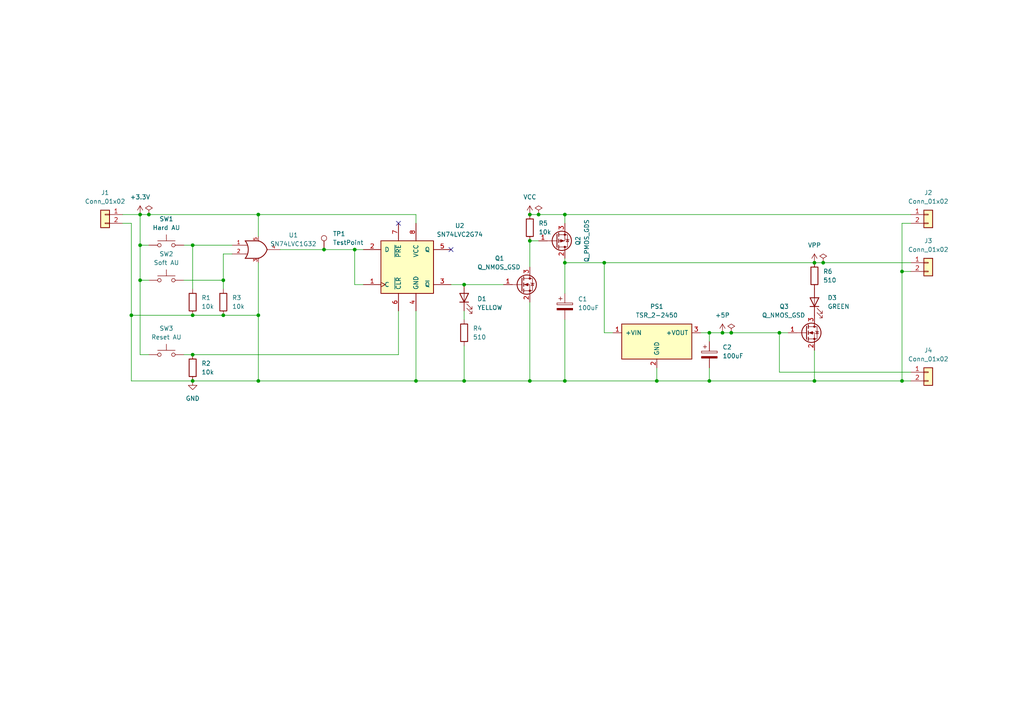
<source format=kicad_sch>
(kicad_sch (version 20230121) (generator eeschema)
  (paper "A4")
  (title_block (title "Mini Carte AU") (date "2025-02-25") (rev "V1.0"))
  (lib_symbols
    (symbol "ComponentsEvo:SN74LVC1G32" (pin_names (offset 1.016) hide)
      (property "Reference" "U?" (at -0.635 7.62 0))
      (property "Value" "SN74LVC1G32" (at -0.635 5.08 0))
      (symbol "SN74LVC1G32_0_1"
        (arc (start -3.81 -2.54) (mid -2.919 0) (end -3.81 2.54) (stroke (width 0.254)))
        (arc (start 0 -2.54) (mid 1.5993 -1.6027) (end 2.54 0) (stroke (width 0.254)))
        (polyline (pts (xy -3.81 -1.27) (xy -3.175 -1.27)))
        (polyline (pts (xy -3.81 1.27) (xy -3.175 1.27)))
        (polyline (pts (xy 0 -2.54) (xy -3.81 -2.54)) (stroke (width 0.254)) (fill (type background)))
        (polyline (pts (xy 0 2.54) (xy -3.81 2.54)) (stroke (width 0.254)) (fill (type background)))
        (arc (start 2.54 0) (mid 1.6119 1.6152) (end 0 2.54) (stroke (width 0.254)))
      )
      (symbol "SN74LVC1G32_1_1"
        (pin input line (at -7.62 1.27 0) (length 3.81) (name "A") (number "1"))
        (pin input line (at -7.62 -1.27 0) (length 3.81) (name "B") (number "2"))
        (pin power_in line (at 0 -3.81 90) (length 1.397) (name "GND") (number "3"))
        (pin output line (at 6.35 0 180) (length 3.81) (name "S") (number "4"))
        (pin power_in line (at 0 3.81 270) (length 1.397) (name "VCC") (number "5"))
      )
    )
    (symbol "ComponentsEvo:SN74LVC2G74DCUR" (pin_names (offset 1.016))
      (property "Reference" "U2" (at 15.24 12.0081 0))
      (property "Value" "SN74LVC2G74" (at 15.24 9.4681 0))
      (symbol "SN74LVC2G74DCUR_0_1"
        (rectangle (start -7.62 7.62) (end 7.62 -7.62) (stroke (width 0.254)) (fill (type background)))
      )
      (symbol "SN74LVC2G74DCUR_1_1"
        (pin input clock (at -12.7 -5.08 0) (length 5.08) (name "C") (number "1"))
        (pin input line (at -12.7 5.08 0) (length 5.08) (name "D") (number "2"))
        (pin output line (at 12.7 -5.08 180) (length 5.08) (name "~{Q}") (number "3"))
        (pin power_in line (at 2.54 -12.7 90) (length 5.08) (name "GND") (number "4"))
        (pin output line (at 12.7 5.08 180) (length 5.08) (name "Q") (number "5"))
        (pin input line (at -2.54 -12.7 90) (length 5.08) (name "~{CLR}") (number "6"))
        (pin input line (at -2.54 12.7 270) (length 5.08) (name "~{PRE}") (number "7"))
        (pin power_in line (at 2.54 12.7 270) (length 5.08) (name "VCC") (number "8"))
      )
    )
    (symbol "ComponentsEvo:TSR_2-2450" (pin_names (offset 1.016))
      (property "Reference" "PS" (at -1.27 8.89 0))
      (property "Value" "TSR_2-2450" (at -5.08 6.35 0))
      (symbol "TSR_2-2450_0_0"
        (rectangle (start -10.16 5.08) (end 10.16 -5.08) (stroke (width 0.254)) (fill (type background)))
      )
      (symbol "TSR_2-2450_1_0"
        (pin input line (at -12.7 2.54 0) (length 2.54) (name "+VIN") (number "1"))
        (pin power_in line (at 0 -7.62 90) (length 2.54) (name "GND") (number "2"))
        (pin output line (at 12.7 2.54 180) (length 2.54) (name "+VOUT") (number "3"))
      )
    )
    (symbol "Connector:TestPoint" (pin_numbers hide) (pin_names (offset 0.762) hide)
      (property "Reference" "TP" (at 0 6.858 0))
      (property "Value" "TestPoint" (at 0 5.08 0))
      (symbol "TestPoint_0_1"
        (circle (center 0 3.302) (radius 0.762))
      )
      (symbol "TestPoint_1_1"
        (pin passive line (at 0 0 90) (length 2.54) (name "1") (number "1"))
      )
    )
    (symbol "Connector_Generic:Conn_01x02" (pin_names (offset 1.016) hide)
      (property "Reference" "J" (at 0 2.54 0))
      (property "Value" "Conn_01x02" (at 0 -5.08 0))
      (symbol "Conn_01x02_1_1"
        (rectangle (start -1.27 -2.413) (end 0 -2.667) (stroke (width 0.1524)))
        (rectangle (start -1.27 0.127) (end 0 -0.127) (stroke (width 0.1524)))
        (rectangle (start -1.27 1.27) (end 1.27 -3.81) (stroke (width 0.254)) (fill (type background)))
        (pin passive line (at -5.08 0 0) (length 3.81) (name "Pin_1") (number "1"))
        (pin passive line (at -5.08 -2.54 0) (length 3.81) (name "Pin_2") (number "2"))
      )
    )
    (symbol "Device:C_Polarized" (pin_numbers hide) (pin_names (offset 0.254))
      (property "Reference" "C" (at 0.635 2.54 0))
      (property "Value" "C_Polarized" (at 0.635 -2.54 0))
      (symbol "C_Polarized_0_1"
        (rectangle (start -2.286 0.508) (end 2.286 1.016))
        (polyline (pts (xy -1.778 2.286) (xy -0.762 2.286)))
        (polyline (pts (xy -1.27 2.794) (xy -1.27 1.778)))
        (rectangle (start 2.286 -0.508) (end -2.286 -1.016) (fill (type outline)))
      )
      (symbol "C_Polarized_1_1"
        (pin passive line (at 0 3.81 270) (length 2.794) (name "~") (number "1"))
        (pin passive line (at 0 -3.81 90) (length 2.794) (name "~") (number "2"))
      )
    )
    (symbol "Device:LED" (pin_numbers hide) (pin_names (offset 1.016) hide)
      (property "Reference" "D" (at 0 2.54 0))
      (property "Value" "LED" (at 0 -2.54 0))
      (symbol "LED_0_1"
        (polyline (pts (xy -1.27 -1.27) (xy -1.27 1.27)) (stroke (width 0.254)))
        (polyline (pts (xy -1.27 0) (xy 1.27 0)))
        (polyline (pts (xy 1.27 -1.27) (xy 1.27 1.27) (xy -1.27 0) (xy 1.27 -1.27)) (stroke (width 0.254)))
        (polyline (pts (xy -3.048 -0.762) (xy -4.572 -2.286) (xy -3.81 -2.286) (xy -4.572 -2.286) (xy -4.572 -1.524)))
        (polyline (pts (xy -1.778 -0.762) (xy -3.302 -2.286) (xy -2.54 -2.286) (xy -3.302 -2.286) (xy -3.302 -1.524)))
      )
      (symbol "LED_1_1"
        (pin passive line (at -3.81 0 0) (length 2.54) (name "K") (number "1"))
        (pin passive line (at 3.81 0 180) (length 2.54) (name "A") (number "2"))
      )
    )
    (symbol "Device:Q_NMOS_GSD" (pin_names (offset 0) hide)
      (property "Reference" "Q" (at 5.08 1.27 0))
      (property "Value" "Q_NMOS_GSD" (at 5.08 -1.27 0))
      (symbol "Q_NMOS_GSD_0_1"
        (polyline (pts (xy 0.254 0) (xy -2.54 0)))
        (polyline (pts (xy 0.254 1.905) (xy 0.254 -1.905)) (stroke (width 0.254)))
        (polyline (pts (xy 0.762 -1.27) (xy 0.762 -2.286)) (stroke (width 0.254)))
        (polyline (pts (xy 0.762 0.508) (xy 0.762 -0.508)) (stroke (width 0.254)))
        (polyline (pts (xy 0.762 2.286) (xy 0.762 1.27)) (stroke (width 0.254)))
        (polyline (pts (xy 2.54 2.54) (xy 2.54 1.778)))
        (polyline (pts (xy 2.54 -2.54) (xy 2.54 0) (xy 0.762 0)))
        (polyline (pts (xy 0.762 -1.778) (xy 3.302 -1.778) (xy 3.302 1.778) (xy 0.762 1.778)))
        (polyline (pts (xy 1.016 0) (xy 2.032 0.381) (xy 2.032 -0.381) (xy 1.016 0)) (fill (type outline)))
        (polyline (pts (xy 2.794 0.508) (xy 2.921 0.381) (xy 3.683 0.381) (xy 3.81 0.254)))
        (polyline (pts (xy 3.302 0.381) (xy 2.921 -0.254) (xy 3.683 -0.254) (xy 3.302 0.381)))
        (circle (center 1.651 0) (radius 2.794) (stroke (width 0.254)))
        (circle (center 2.54 -1.778) (radius 0.254) (fill (type outline)))
        (circle (center 2.54 1.778) (radius 0.254) (fill (type outline)))
      )
      (symbol "Q_NMOS_GSD_1_1"
        (pin input line (at -5.08 0 0) (length 2.54) (name "G") (number "1"))
        (pin passive line (at 2.54 -5.08 90) (length 2.54) (name "S") (number "2"))
        (pin passive line (at 2.54 5.08 270) (length 2.54) (name "D") (number "3"))
      )
    )
    (symbol "Device:Q_PMOS_GDS" (pin_names (offset 0) hide)
      (property "Reference" "Q" (at 5.08 1.27 0))
      (property "Value" "Q_PMOS_GDS" (at 5.08 -1.27 0))
      (symbol "Q_PMOS_GDS_0_1"
        (polyline (pts (xy 0.254 0) (xy -2.54 0)))
        (polyline (pts (xy 0.254 1.905) (xy 0.254 -1.905)) (stroke (width 0.254)))
        (polyline (pts (xy 0.762 -1.27) (xy 0.762 -2.286)) (stroke (width 0.254)))
        (polyline (pts (xy 0.762 0.508) (xy 0.762 -0.508)) (stroke (width 0.254)))
        (polyline (pts (xy 0.762 2.286) (xy 0.762 1.27)) (stroke (width 0.254)))
        (polyline (pts (xy 2.54 2.54) (xy 2.54 1.778)))
        (polyline (pts (xy 2.54 -2.54) (xy 2.54 0) (xy 0.762 0)))
        (polyline (pts (xy 0.762 1.778) (xy 3.302 1.778) (xy 3.302 -1.778) (xy 0.762 -1.778)))
        (polyline (pts (xy 2.286 0) (xy 1.27 0.381) (xy 1.27 -0.381) (xy 2.286 0)) (fill (type outline)))
        (polyline (pts (xy 2.794 -0.508) (xy 2.921 -0.381) (xy 3.683 -0.381) (xy 3.81 -0.254)))
        (polyline (pts (xy 3.302 -0.381) (xy 2.921 0.254) (xy 3.683 0.254) (xy 3.302 -0.381)))
        (circle (center 1.651 0) (radius 2.794) (stroke (width 0.254)))
        (circle (center 2.54 -1.778) (radius 0.254) (fill (type outline)))
        (circle (center 2.54 1.778) (radius 0.254) (fill (type outline)))
      )
      (symbol "Q_PMOS_GDS_1_1"
        (pin input line (at -5.08 0 0) (length 2.54) (name "G") (number "1"))
        (pin passive line (at 2.54 5.08 270) (length 2.54) (name "D") (number "2"))
        (pin passive line (at 2.54 -5.08 90) (length 2.54) (name "S") (number "3"))
      )
    )
    (symbol "Device:R" (pin_numbers hide) (pin_names (offset 0))
      (property "Reference" "R" (at 2.032 0 90))
      (property "Value" "R" (at 0 0 90))
      (symbol "R_0_1"
        (rectangle (start -1.016 -2.54) (end 1.016 2.54) (stroke (width 0.254)))
      )
      (symbol "R_1_1"
        (pin passive line (at 0 3.81 270) (length 1.27) (name "~") (number "1"))
        (pin passive line (at 0 -3.81 90) (length 1.27) (name "~") (number "2"))
      )
    )
    (symbol "Switch:SW_Push" (pin_numbers hide) (pin_names (offset 1.016) hide)
      (property "Reference" "SW" (at 1.27 2.54 0))
      (property "Value" "SW_Push" (at 0 -1.524 0))
      (symbol "SW_Push_0_1"
        (circle (center -2.032 0) (radius 0.508))
        (polyline (pts (xy 0 1.27) (xy 0 3.048)))
        (polyline (pts (xy 2.54 1.27) (xy -2.54 1.27)))
        (circle (center 2.032 0) (radius 0.508))
        (pin passive line (at -5.08 0 0) (length 2.54) (name "1") (number "1"))
        (pin passive line (at 5.08 0 180) (length 2.54) (name "2") (number "2"))
      )
    )
    (symbol "power:+3.3V" (power) (pin_names (offset 0))
      (property "Value" "+3.3V" (at 0 3.556 0))
      (symbol "+3.3V_0_1"
        (polyline (pts (xy -0.762 1.27) (xy 0 2.54)))
        (polyline (pts (xy 0 0) (xy 0 2.54)))
        (polyline (pts (xy 0 2.54) (xy 0.762 1.27)))
      )
      (symbol "+3.3V_1_1"
        (pin power_in line (at 0 0 90) (length 0) hide (name "+3.3V") (number "1"))
      )
    )
    (symbol "power:+5P" (power) (pin_names (offset 0))
      (property "Value" "+5P" (at 0 3.556 0))
      (symbol "+5P_0_1"
        (polyline (pts (xy -0.762 1.27) (xy 0 2.54)))
        (polyline (pts (xy 0 0) (xy 0 2.54)))
        (polyline (pts (xy 0 2.54) (xy 0.762 1.27)))
      )
      (symbol "+5P_1_1"
        (pin power_in line (at 0 0 90) (length 0) hide (name "+5P") (number "1"))
      )
    )
    (symbol "power:GND" (power) (pin_names (offset 0))
      (property "Value" "GND" (at 0 -3.81 0))
      (symbol "GND_0_1"
        (polyline (pts (xy 0 0) (xy 0 -1.27) (xy 1.27 -1.27) (xy 0 -2.54) (xy -1.27 -1.27) (xy 0 -1.27)))
      )
      (symbol "GND_1_1"
        (pin power_in line (at 0 0 270) (length 0) hide (name "GND") (number "1"))
      )
    )
    (symbol "power:PWR_FLAG" (power) (pin_numbers hide) (pin_names (offset 0) hide)
      (property "Value" "PWR_FLAG" (at 0 3.81 0))
      (symbol "PWR_FLAG_0_0"
        (pin power_out line (at 0 0 90) (length 0) (name "pwr") (number "1"))
      )
      (symbol "PWR_FLAG_0_1"
        (polyline (pts (xy 0 0) (xy 0 1.27) (xy -1.016 1.905) (xy 0 2.54) (xy 1.016 1.905) (xy 0 1.27)))
      )
    )
    (symbol "power:VCC" (power) (pin_names (offset 0))
      (property "Value" "VCC" (at 0 3.81 0))
      (symbol "VCC_0_1"
        (polyline (pts (xy -0.762 1.27) (xy 0 2.54)))
        (polyline (pts (xy 0 0) (xy 0 2.54)))
        (polyline (pts (xy 0 2.54) (xy 0.762 1.27)))
      )
      (symbol "VCC_1_1"
        (pin power_in line (at 0 0 90) (length 0) hide (name "VCC") (number "1"))
      )
    )
    (symbol "power:VPP" (power) (pin_names (offset 0))
      (property "Value" "VPP" (at 0 3.81 0))
      (symbol "VPP_0_1"
        (polyline (pts (xy -0.762 1.27) (xy 0 2.54)))
        (polyline (pts (xy 0 0) (xy 0 2.54)))
        (polyline (pts (xy 0 2.54) (xy 0.762 1.27)))
      )
      (symbol "VPP_1_1"
        (pin power_in line (at 0 0 90) (length 0) hide (name "VPP") (number "1"))
      )
    )
  )
  (junction (at 55.88 102.87))
  (junction (at 74.93 110.49))
  (junction (at 134.62 82.55))
  (junction (at 55.88 71.12))
  (junction (at 205.74 96.52))
  (junction (at 55.88 110.49))
  (junction (at 40.64 62.23))
  (junction (at 120.65 110.49))
  (junction (at 74.93 62.23))
  (junction (at 40.64 81.28))
  (junction (at 40.64 71.12))
  (junction (at 236.22 76.2))
  (junction (at 163.83 62.23))
  (junction (at 55.88 91.44))
  (junction (at 93.98 72.39))
  (junction (at 64.77 91.44))
  (junction (at 102.87 72.39))
  (junction (at 134.62 110.49))
  (junction (at 261.62 78.74))
  (junction (at 153.67 69.85))
  (junction (at 163.83 110.49))
  (junction (at 64.77 81.28))
  (junction (at 163.83 76.2))
  (junction (at 74.93 91.44))
  (junction (at 175.26 76.2))
  (junction (at 209.55 96.52))
  (junction (at 261.62 110.49))
  (junction (at 205.74 110.49))
  (junction (at 153.67 110.49))
  (junction (at 156.21 62.23))
  (junction (at 236.22 110.49))
  (junction (at 43.18 62.23))
  (junction (at 238.76 76.2))
  (junction (at 190.5 110.49))
  (junction (at 153.67 62.23))
  (junction (at 38.1 91.44))
  (junction (at 212.09 96.52))
  (junction (at 226.06 96.52))
  (no_connect (at 115.57 64.77))
  (no_connect (at 130.81 72.39))
  (wire (pts (xy 40.64 81.28) (xy 43.18 81.28)))
  (wire (pts (xy 163.83 62.23) (xy 163.83 64.77)))
  (wire (pts (xy 55.88 83.82) (xy 55.88 71.12)))
  (wire (pts (xy 38.1 91.44) (xy 55.88 91.44)))
  (wire (pts (xy 153.67 110.49) (xy 163.83 110.49)))
  (wire (pts (xy 163.83 76.2) (xy 163.83 85.09)))
  (wire (pts (xy 105.41 82.55) (xy 102.87 82.55)))
  (wire (pts (xy 261.62 110.49) (xy 264.16 110.49)))
  (wire (pts (xy 212.09 96.52) (xy 226.06 96.52)))
  (wire (pts (xy 163.83 74.93) (xy 163.83 76.2)))
  (wire (pts (xy 163.83 62.23) (xy 264.16 62.23)))
  (wire (pts (xy 74.93 68.58) (xy 74.93 62.23)))
  (wire (pts (xy 130.81 82.55) (xy 134.62 82.55)))
  (wire (pts (xy 43.18 62.23) (xy 74.93 62.23)))
  (wire (pts (xy 203.2 96.52) (xy 205.74 96.52)))
  (wire (pts (xy 81.28 72.39) (xy 93.98 72.39)))
  (wire (pts (xy 205.74 96.52) (xy 209.55 96.52)))
  (wire (pts (xy 134.62 110.49) (xy 153.67 110.49)))
  (wire (pts (xy 261.62 110.49) (xy 236.22 110.49)))
  (wire (pts (xy 35.56 62.23) (xy 40.64 62.23)))
  (wire (pts (xy 209.55 96.52) (xy 212.09 96.52)))
  (wire (pts (xy 64.77 81.28) (xy 64.77 73.66)))
  (wire (pts (xy 190.5 110.49) (xy 163.83 110.49)))
  (wire (pts (xy 175.26 96.52) (xy 177.8 96.52)))
  (wire (pts (xy 55.88 91.44) (xy 64.77 91.44)))
  (wire (pts (xy 74.93 62.23) (xy 120.65 62.23)))
  (wire (pts (xy 175.26 76.2) (xy 163.83 76.2)))
  (wire (pts (xy 153.67 110.49) (xy 153.67 87.63)))
  (wire (pts (xy 261.62 78.74) (xy 264.16 78.74)))
  (wire (pts (xy 153.67 69.85) (xy 153.67 77.47)))
  (wire (pts (xy 40.64 71.12) (xy 40.64 81.28)))
  (wire (pts (xy 38.1 91.44) (xy 38.1 110.49)))
  (wire (pts (xy 55.88 110.49) (xy 74.93 110.49)))
  (wire (pts (xy 134.62 92.71) (xy 134.62 90.17)))
  (wire (pts (xy 153.67 69.85) (xy 156.21 69.85)))
  (wire (pts (xy 205.74 99.06) (xy 205.74 96.52)))
  (wire (pts (xy 64.77 81.28) (xy 64.77 83.82)))
  (wire (pts (xy 120.65 110.49) (xy 74.93 110.49)))
  (wire (pts (xy 102.87 72.39) (xy 102.87 82.55)))
  (wire (pts (xy 236.22 110.49) (xy 205.74 110.49)))
  (wire (pts (xy 38.1 64.77) (xy 35.56 64.77)))
  (wire (pts (xy 74.93 91.44) (xy 74.93 76.2)))
  (wire (pts (xy 175.26 76.2) (xy 236.22 76.2)))
  (wire (pts (xy 134.62 82.55) (xy 146.05 82.55)))
  (wire (pts (xy 175.26 76.2) (xy 175.26 96.52)))
  (wire (pts (xy 38.1 64.77) (xy 38.1 91.44)))
  (wire (pts (xy 156.21 62.23) (xy 163.83 62.23)))
  (wire (pts (xy 102.87 72.39) (xy 93.98 72.39)))
  (wire (pts (xy 120.65 110.49) (xy 134.62 110.49)))
  (wire (pts (xy 153.67 62.23) (xy 156.21 62.23)))
  (wire (pts (xy 134.62 100.33) (xy 134.62 110.49)))
  (wire (pts (xy 120.65 62.23) (xy 120.65 64.77)))
  (wire (pts (xy 55.88 71.12) (xy 53.34 71.12)))
  (wire (pts (xy 205.74 106.68) (xy 205.74 110.49)))
  (wire (pts (xy 120.65 90.17) (xy 120.65 110.49)))
  (wire (pts (xy 261.62 78.74) (xy 261.62 110.49)))
  (wire (pts (xy 64.77 73.66) (xy 67.31 73.66)))
  (wire (pts (xy 264.16 64.77) (xy 261.62 64.77)))
  (wire (pts (xy 226.06 107.95) (xy 264.16 107.95)))
  (wire (pts (xy 102.87 72.39) (xy 105.41 72.39)))
  (wire (pts (xy 238.76 76.2) (xy 264.16 76.2)))
  (wire (pts (xy 55.88 71.12) (xy 67.31 71.12)))
  (wire (pts (xy 163.83 92.71) (xy 163.83 110.49)))
  (wire (pts (xy 64.77 91.44) (xy 74.93 91.44)))
  (wire (pts (xy 53.34 81.28) (xy 64.77 81.28)))
  (wire (pts (xy 190.5 106.68) (xy 190.5 110.49)))
  (wire (pts (xy 40.64 62.23) (xy 40.64 71.12)))
  (wire (pts (xy 53.34 102.87) (xy 55.88 102.87)))
  (wire (pts (xy 40.64 62.23) (xy 43.18 62.23)))
  (wire (pts (xy 40.64 71.12) (xy 43.18 71.12)))
  (wire (pts (xy 40.64 81.28) (xy 40.64 102.87)))
  (wire (pts (xy 55.88 102.87) (xy 115.57 102.87)))
  (wire (pts (xy 236.22 76.2) (xy 238.76 76.2)))
  (wire (pts (xy 55.88 110.49) (xy 38.1 110.49)))
  (wire (pts (xy 205.74 110.49) (xy 190.5 110.49)))
  (wire (pts (xy 236.22 101.6) (xy 236.22 110.49)))
  (wire (pts (xy 74.93 110.49) (xy 74.93 91.44)))
  (wire (pts (xy 226.06 96.52) (xy 228.6 96.52)))
  (wire (pts (xy 115.57 90.17) (xy 115.57 102.87)))
  (wire (pts (xy 226.06 96.52) (xy 226.06 107.95)))
  (wire (pts (xy 261.62 64.77) (xy 261.62 78.74)))
  (wire (pts (xy 40.64 102.87) (xy 43.18 102.87)))
  (symbol (lib_id "Device:Q_PMOS_GDS") (at 161.29 69.85 0) (mirror x) (unit 1)
    (property "Reference" "Q2" (at 167.64 69.85 90))
    (property "Value" "Q_PMOS_GDS" (at 170.18 69.85 90))
    (property "Footprint" "Package_TO_SOT_SMD:SOT-223-3_TabPin2" (effects hide))
  )
  (symbol (lib_id "power:GND") (at 55.88 110.49 0) (unit 1)
    (property "Reference" "#PWR02" (effects hide))
    (property "Value" "GND" (at 55.88 115.57 0))
  )
  (symbol (lib_id "Connector_Generic:Conn_01x02") (at 269.24 107.95 0) (unit 1)
    (property "Reference" "J4" (at 269.24 101.6 0))
    (property "Value" "Conn_01x02" (at 269.24 104.14 0))
    (property "Footprint" "Connector_PinHeader_2.54mm:PinHeader_1x02_P2.54mm_Vertical" (effects hide))
  )
  (symbol (lib_id "power:+5P") (at 209.55 96.52 0) (unit 1)
    (property "Reference" "#PWR04" (effects hide))
    (property "Value" "+5P" (at 209.55 91.44 0))
  )
  (symbol (lib_id "power:VCC") (at 153.67 62.23 0) (unit 1)
    (property "Reference" "#PWR03" (effects hide))
    (property "Value" "VCC" (at 153.67 57.15 0))
  )
  (symbol (lib_id "ComponentsEvo:TSR_2-2450") (at 190.5 99.06 0) (unit 1)
    (property "Reference" "PS1" (at 190.5 88.9 0))
    (property "Value" "TSR_2-2450" (at 190.5 91.44 0))
    (property "Footprint" "ComponentsEvo:TSR_2-2450" (effects hide))
    (property "MP" "TSR 2-2450" (effects hide))
  )
  (symbol (lib_id "Connector_Generic:Conn_01x02") (at 269.24 62.23 0) (unit 1)
    (property "Reference" "J2" (at 269.24 55.88 0))
    (property "Value" "Conn_01x02" (at 269.24 58.42 0))
    (property "Footprint" "Connector_PinHeader_2.54mm:PinHeader_1x02_P2.54mm_Vertical" (effects hide))
  )
  (symbol (lib_id "power:PWR_FLAG") (at 156.21 62.23 0) (unit 1)
    (property "Reference" "#FLG02" (effects hide))
    (property "Value" "PWR_FLAG" (effects hide))
  )
  (symbol (lib_id "Device:C_Polarized") (at 163.83 88.9 0) (unit 1)
    (property "Reference" "C1" (at 167.64 86.741 0) (effects (justify left)))
    (property "Value" "100uF" (at 167.64 89.281 0) (effects (justify left)))
    (property "Footprint" "Capacitor_SMD:CP_Elec_6.3x7.7" (effects hide))
  )
  (symbol (lib_id "ComponentsEvo:SN74LVC1G32") (at 74.93 72.39 0) (unit 1)
    (property "Reference" "U1" (at 85.09 68.1991 0))
    (property "Value" "SN74LVC1G32" (at 85.09 70.7391 0))
    (property "Footprint" "Package_TO_SOT_SMD:SOT-23-5" (effects hide))
  )
  (symbol (lib_id "Device:R") (at 55.88 106.68 0) (unit 1)
    (property "Reference" "R2" (at 58.42 105.41 0) (effects (justify left)))
    (property "Value" "10k" (at 58.42 107.95 0) (effects (justify left)))
    (property "Footprint" "Resistor_SMD:R_0603_1608Metric" (effects hide))
  )
  (symbol (lib_id "Device:R") (at 55.88 87.63 0) (unit 1)
    (property "Reference" "R1" (at 58.42 86.36 0) (effects (justify left)))
    (property "Value" "10k" (at 58.42 88.9 0) (effects (justify left)))
    (property "Footprint" "Resistor_SMD:R_0603_1608Metric" (effects hide))
  )
  (symbol (lib_id "ComponentsEvo:SN74LVC2G74DCUR") (at 118.11 77.47 0) (unit 1)
    (property "Reference" "U2" (at 133.35 65.4619 0))
    (property "Value" "SN74LVC2G74" (at 133.35 68.0019 0))
    (property "Footprint" "Package_SO:VSSOP-8_2.3x2mm_P0.5mm" (effects hide))
    (property "Datasheet" "https://www.ti.com/lit/ds/symlink/sn74lvc2g74.pdf" (effects hide))
  )
  (symbol (lib_id "Connector_Generic:Conn_01x02") (at 269.24 76.2 0) (unit 1)
    (property "Reference" "J3" (at 269.24 69.85 0))
    (property "Value" "Conn_01x02" (at 269.24 72.39 0))
    (property "Footprint" "Connector_PinHeader_2.54mm:PinHeader_1x02_P2.54mm_Vertical" (effects hide))
  )
  (symbol (lib_id "Switch:SW_Push") (at 48.26 71.12 0) (unit 1)
    (property "Reference" "SW1" (at 48.26 63.5 0))
    (property "Value" "Hard AU" (at 48.26 66.04 0))
    (property "Footprint" "ComponentsEvo:SW_Gateron_LowProfile_THT" (effects hide))
  )
  (symbol (lib_id "Connector_Generic:Conn_01x02") (at 30.48 62.23 0) (mirror y) (unit 1)
    (property "Reference" "J1" (at 30.48 55.88 0))
    (property "Value" "Conn_01x02" (at 30.48 58.42 0))
    (property "Footprint" "Connector_PinHeader_2.54mm:PinHeader_1x02_P2.54mm_Vertical" (effects hide))
  )
  (symbol (lib_id "power:+3.3V") (at 40.64 62.23 0) (unit 1)
    (property "Reference" "#PWR01" (effects hide))
    (property "Value" "+3.3V" (at 40.64 57.15 0))
  )
  (symbol (lib_id "Device:C_Polarized") (at 205.74 102.87 0) (unit 1)
    (property "Reference" "C2" (at 209.55 100.711 0) (effects (justify left)))
    (property "Value" "100uF" (at 209.55 103.251 0) (effects (justify left)))
    (property "Footprint" "Capacitor_SMD:CP_Elec_6.3x7.7" (effects hide))
  )
  (symbol (lib_id "Device:LED") (at 134.62 86.36 90) (unit 1)
    (property "Reference" "D1" (at 138.43 86.6775 90) (effects (justify right)))
    (property "Value" "YELLOW" (at 138.43 89.2175 90) (effects (justify right)))
    (property "Footprint" "LED_SMD:LED_0805_2012Metric" (effects hide))
  )
  (symbol (lib_id "Device:R") (at 153.67 66.04 0) (unit 1)
    (property "Reference" "R5" (at 156.21 64.77 0) (effects (justify left)))
    (property "Value" "10k" (at 156.21 67.31 0) (effects (justify left)))
    (property "Footprint" "Resistor_SMD:R_0603_1608Metric" (effects hide))
  )
  (symbol (lib_id "Device:R") (at 64.77 87.63 0) (unit 1)
    (property "Reference" "R3" (at 67.31 86.36 0) (effects (justify left)))
    (property "Value" "10k" (at 67.31 88.9 0) (effects (justify left)))
    (property "Footprint" "Resistor_SMD:R_0603_1608Metric" (effects hide))
  )
  (symbol (lib_id "Device:Q_NMOS_GSD") (at 151.13 82.55 0) (unit 1)
    (property "Reference" "Q1" (at 143.51 74.93 0) (effects (justify left)))
    (property "Value" "Q_NMOS_GSD" (at 138.43 77.47 0) (effects (justify left)))
    (property "Footprint" "Package_TO_SOT_SMD:SOT-23" (effects hide))
  )
  (symbol (lib_id "power:PWR_FLAG") (at 212.09 96.52 0) (unit 1)
    (property "Reference" "#FLG03" (effects hide))
    (property "Value" "PWR_FLAG" (effects hide))
  )
  (symbol (lib_id "power:PWR_FLAG") (at 43.18 62.23 0) (unit 1)
    (property "Reference" "#FLG01" (effects hide))
    (property "Value" "PWR_FLAG" (effects hide))
  )
  (symbol (lib_id "power:VPP") (at 236.22 76.2 0) (unit 1)
    (property "Reference" "#PWR05" (effects hide))
    (property "Value" "VPP" (at 236.22 71.12 0))
  )
  (symbol (lib_id "Device:R") (at 134.62 96.52 0) (unit 1)
    (property "Reference" "R4" (at 137.16 95.25 0) (effects (justify left)))
    (property "Value" "510" (at 137.16 97.79 0) (effects (justify left)))
    (property "Footprint" "Resistor_SMD:R_0603_1608Metric" (effects hide))
  )
  (symbol (lib_id "Device:Q_NMOS_GSD") (at 233.68 96.52 0) (unit 1)
    (property "Reference" "Q3" (at 226.06 88.9 0) (effects (justify left)))
    (property "Value" "Q_NMOS_GSD" (at 220.98 91.44 0) (effects (justify left)))
    (property "Footprint" "Package_TO_SOT_SMD:SOT-23" (effects hide))
  )
  (symbol (lib_id "power:PWR_FLAG") (at 238.76 76.2 0) (unit 1)
    (property "Reference" "#FLG04" (effects hide))
    (property "Value" "PWR_FLAG" (effects hide))
  )
  (symbol (lib_id "Device:R") (at 236.22 80.01 0) (unit 1)
    (property "Reference" "R6" (at 238.76 78.74 0) (effects (justify left)))
    (property "Value" "510" (at 238.76 81.28 0) (effects (justify left)))
    (property "Footprint" "Resistor_SMD:R_0603_1608Metric" (effects hide))
  )
  (symbol (lib_id "Connector:TestPoint") (at 93.98 72.39 0) (unit 1) (in_bom no)
    (property "Reference" "TP1" (at 96.52 67.818 0) (effects (justify left)))
    (property "Value" "TestPoint" (at 96.52 70.358 0) (effects (justify left)))
    (property "Footprint" "TestPoint:TestPoint_Pad_D2.0mm" (effects hide))
  )
  (symbol (lib_id "Switch:SW_Push") (at 48.26 81.28 0) (unit 1)
    (property "Reference" "SW2" (at 48.26 73.66 0))
    (property "Value" "Soft AU" (at 48.26 76.2 0))
    (property "Footprint" "Button_Switch_THT:SW_PUSH_6mm" (effects hide))
  )
  (symbol (lib_id "Switch:SW_Push") (at 48.26 102.87 0) (unit 1)
    (property "Reference" "SW3" (at 48.26 95.25 0))
    (property "Value" "Reset AU" (at 48.26 97.79 0))
    (property "Footprint" "Button_Switch_THT:SW_PUSH_6mm" (effects hide))
  )
  (symbol (lib_id "Device:LED") (at 236.22 87.63 90) (unit 1)
    (property "Reference" "D3" (at 240.03 86.36 90) (effects (justify right)))
    (property "Value" "GREEN" (at 240.03 88.9 90) (effects (justify right)))
    (property "Footprint" "ComponentsEvo:WL-SMTW_3020" (effects hide))
  )
)
</source>
